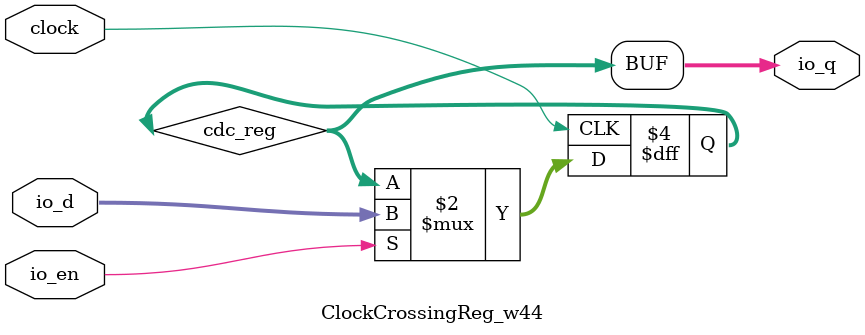
<source format=sv>
`ifndef RANDOMIZE
  `ifdef RANDOMIZE_MEM_INIT
    `define RANDOMIZE
  `endif // RANDOMIZE_MEM_INIT
`endif // not def RANDOMIZE
`ifndef RANDOMIZE
  `ifdef RANDOMIZE_REG_INIT
    `define RANDOMIZE
  `endif // RANDOMIZE_REG_INIT
`endif // not def RANDOMIZE

`ifndef RANDOM
  `define RANDOM $random
`endif // not def RANDOM

// Users can define INIT_RANDOM as general code that gets injected into the
// initializer block for modules with registers.
`ifndef INIT_RANDOM
  `define INIT_RANDOM
`endif // not def INIT_RANDOM

// If using random initialization, you can also define RANDOMIZE_DELAY to
// customize the delay used, otherwise 0.002 is used.
`ifndef RANDOMIZE_DELAY
  `define RANDOMIZE_DELAY 0.002
`endif // not def RANDOMIZE_DELAY

// Define INIT_RANDOM_PROLOG_ for use in our modules below.
`ifndef INIT_RANDOM_PROLOG_
  `ifdef RANDOMIZE
    `ifdef VERILATOR
      `define INIT_RANDOM_PROLOG_ `INIT_RANDOM
    `else  // VERILATOR
      `define INIT_RANDOM_PROLOG_ `INIT_RANDOM #`RANDOMIZE_DELAY begin end
    `endif // VERILATOR
  `else  // RANDOMIZE
    `define INIT_RANDOM_PROLOG_
  `endif // RANDOMIZE
`endif // not def INIT_RANDOM_PROLOG_

// Include register initializers in init blocks unless synthesis is set
`ifndef SYNTHESIS
  `ifndef ENABLE_INITIAL_REG_
    `define ENABLE_INITIAL_REG_
  `endif // not def ENABLE_INITIAL_REG_
`endif // not def SYNTHESIS

// Include rmemory initializers in init blocks unless synthesis is set
`ifndef SYNTHESIS
  `ifndef ENABLE_INITIAL_MEM_
    `define ENABLE_INITIAL_MEM_
  `endif // not def ENABLE_INITIAL_MEM_
`endif // not def SYNTHESIS

module ClockCrossingReg_w44(
  input         clock,
  input  [43:0] io_d,
  output [43:0] io_q,
  input         io_en
);

  reg [43:0] cdc_reg;
  always @(posedge clock) begin
    if (io_en)
      cdc_reg <= io_d;
  end // always @(posedge)
  `ifdef ENABLE_INITIAL_REG_
    `ifdef FIRRTL_BEFORE_INITIAL
      `FIRRTL_BEFORE_INITIAL
    `endif // FIRRTL_BEFORE_INITIAL
    logic [31:0] _RANDOM[0:1];
    initial begin
      `ifdef INIT_RANDOM_PROLOG_
        `INIT_RANDOM_PROLOG_
      `endif // INIT_RANDOM_PROLOG_
      `ifdef RANDOMIZE_REG_INIT
        for (logic [1:0] i = 2'h0; i < 2'h2; i += 2'h1) begin
          _RANDOM[i[0]] = `RANDOM;
        end
        cdc_reg = {_RANDOM[1'h0], _RANDOM[1'h1][11:0]};
      `endif // RANDOMIZE_REG_INIT
    end // initial
    `ifdef FIRRTL_AFTER_INITIAL
      `FIRRTL_AFTER_INITIAL
    `endif // FIRRTL_AFTER_INITIAL
  `endif // ENABLE_INITIAL_REG_
  assign io_q = cdc_reg;
endmodule


</source>
